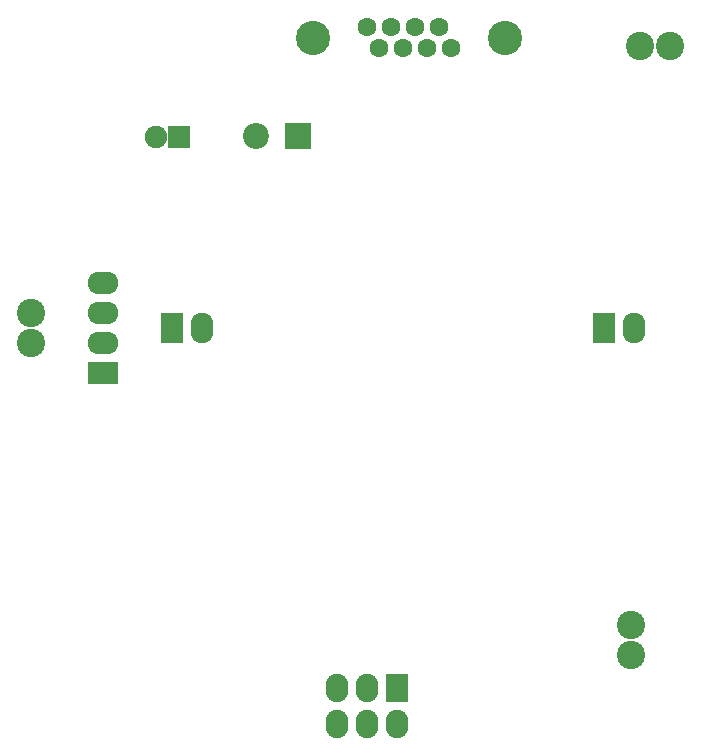
<source format=gbs>
G04 #@! TF.FileFunction,Soldermask,Bot*
%FSLAX46Y46*%
G04 Gerber Fmt 4.6, Leading zero omitted, Abs format (unit mm)*
G04 Created by KiCad (PCBNEW 4.0.6) date 02/02/18 10:13:17*
%MOMM*%
%LPD*%
G01*
G04 APERTURE LIST*
%ADD10C,0.100000*%
%ADD11R,2.200000X2.200000*%
%ADD12C,2.200000*%
%ADD13C,2.398980*%
%ADD14R,1.924000X2.398980*%
%ADD15O,1.924000X2.398980*%
%ADD16R,1.924000X2.599640*%
%ADD17O,1.924000X2.599640*%
%ADD18R,1.900000X1.900000*%
%ADD19C,1.900000*%
%ADD20C,1.598880*%
%ADD21C,2.899360*%
%ADD22R,2.599640X1.924000*%
%ADD23O,2.599640X1.924000*%
G04 APERTURE END LIST*
D10*
D11*
X40866000Y-33528000D03*
D12*
X37366000Y-33528000D03*
D13*
X72390000Y-25908000D03*
X69850000Y-25908000D03*
X18288000Y-51054000D03*
X18288000Y-48514000D03*
D14*
X49276000Y-80269080D03*
D15*
X49276000Y-83306920D03*
X46736000Y-80269080D03*
X46736000Y-83306920D03*
X44196000Y-80269080D03*
X44196000Y-83306920D03*
D16*
X66802000Y-49784000D03*
D17*
X69342000Y-49784000D03*
D16*
X30226000Y-49784000D03*
D17*
X32766000Y-49784000D03*
D18*
X30845000Y-33655000D03*
D19*
X28845000Y-33655000D03*
D13*
X69088000Y-77470000D03*
X69088000Y-74930000D03*
D20*
X48770540Y-24328120D03*
X46741080Y-24328120D03*
X47754540Y-26108660D03*
X49784000Y-26108660D03*
X50800000Y-24328120D03*
X51813460Y-26108660D03*
X52829460Y-24328120D03*
X53842920Y-26108660D03*
D21*
X58412380Y-25217120D03*
X42171620Y-25217120D03*
D22*
X24384000Y-53594000D03*
D23*
X24384000Y-51054000D03*
X24384000Y-48514000D03*
X24384000Y-45974000D03*
M02*

</source>
